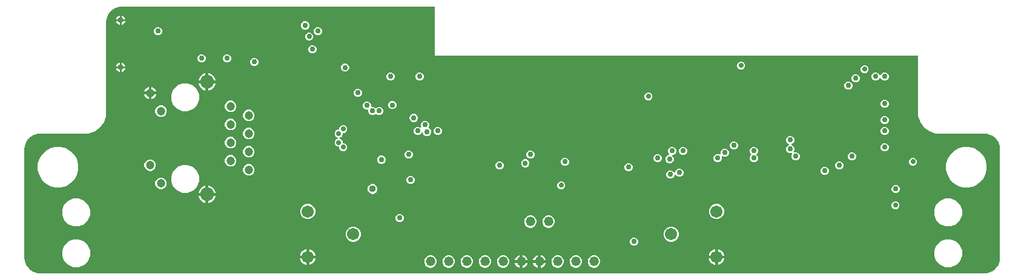
<source format=gbr>
G04 EAGLE Gerber RS-274X export*
G75*
%MOMM*%
%FSLAX34Y34*%
%LPD*%
%INCopper Layer 1*%
%IPPOS*%
%AMOC8*
5,1,8,0,0,1.08239X$1,22.5*%
G01*
%ADD10C,0.812800*%
%ADD11C,1.204800*%
%ADD12C,1.920000*%
%ADD13C,1.704341*%
%ADD14C,1.320800*%
%ADD15C,0.756400*%
%ADD16C,0.711200*%
%ADD17C,0.203200*%
%ADD18C,0.956400*%

G36*
X1346244Y3769D02*
X1346244Y3769D01*
X1346280Y3766D01*
X1349506Y4020D01*
X1349664Y4055D01*
X1349740Y4066D01*
X1355876Y6060D01*
X1356131Y6185D01*
X1356145Y6197D01*
X1356159Y6204D01*
X1361379Y9997D01*
X1361583Y10194D01*
X1361592Y10211D01*
X1361603Y10221D01*
X1365396Y15441D01*
X1365529Y15692D01*
X1365533Y15710D01*
X1365540Y15724D01*
X1367534Y21860D01*
X1367562Y22020D01*
X1367580Y22094D01*
X1367834Y25320D01*
X1367831Y25365D01*
X1367837Y25400D01*
X1367837Y177800D01*
X1367831Y177844D01*
X1367834Y177880D01*
X1367580Y181106D01*
X1367545Y181264D01*
X1367534Y181340D01*
X1365540Y187476D01*
X1365415Y187731D01*
X1365403Y187745D01*
X1365396Y187759D01*
X1361603Y192979D01*
X1361406Y193183D01*
X1361389Y193192D01*
X1361379Y193203D01*
X1356159Y196996D01*
X1355908Y197129D01*
X1355890Y197133D01*
X1355876Y197140D01*
X1349740Y199134D01*
X1349580Y199162D01*
X1349506Y199180D01*
X1346280Y199434D01*
X1346235Y199431D01*
X1346200Y199437D01*
X1278081Y199437D01*
X1269295Y202292D01*
X1261822Y207722D01*
X1256392Y215195D01*
X1253537Y223981D01*
X1253537Y307340D01*
X1253529Y307395D01*
X1253531Y307439D01*
X1253530Y307440D01*
X1253531Y307456D01*
X1253509Y307538D01*
X1253497Y307622D01*
X1253474Y307675D01*
X1253459Y307731D01*
X1253416Y307804D01*
X1253381Y307881D01*
X1253343Y307926D01*
X1253314Y307976D01*
X1253252Y308034D01*
X1253198Y308098D01*
X1253149Y308130D01*
X1253106Y308170D01*
X1253031Y308209D01*
X1252961Y308256D01*
X1252905Y308273D01*
X1252853Y308300D01*
X1252785Y308311D01*
X1252690Y308341D01*
X1252590Y308344D01*
X1252522Y308355D01*
X577595Y308355D01*
X577595Y376222D01*
X577587Y376280D01*
X577589Y376338D01*
X577567Y376420D01*
X577555Y376504D01*
X577532Y376557D01*
X577517Y376613D01*
X577474Y376686D01*
X577439Y376763D01*
X577401Y376808D01*
X577372Y376858D01*
X577310Y376916D01*
X577256Y376980D01*
X577207Y377012D01*
X577164Y377052D01*
X577089Y377091D01*
X577019Y377138D01*
X576963Y377155D01*
X576911Y377182D01*
X576843Y377193D01*
X576748Y377223D01*
X576648Y377226D01*
X576580Y377237D01*
X139700Y377237D01*
X139656Y377231D01*
X139620Y377234D01*
X136394Y376980D01*
X136236Y376945D01*
X136160Y376934D01*
X130024Y374940D01*
X129769Y374815D01*
X129755Y374803D01*
X129741Y374796D01*
X124521Y371003D01*
X124317Y370806D01*
X124308Y370789D01*
X124297Y370779D01*
X120504Y365559D01*
X120371Y365308D01*
X120367Y365290D01*
X120360Y365276D01*
X118366Y359140D01*
X118338Y358980D01*
X118320Y358906D01*
X118066Y355680D01*
X118069Y355635D01*
X118063Y355600D01*
X118063Y223981D01*
X115208Y215195D01*
X109778Y207722D01*
X102305Y202292D01*
X93519Y199437D01*
X25400Y199437D01*
X25356Y199431D01*
X25320Y199434D01*
X22094Y199180D01*
X21936Y199145D01*
X21860Y199134D01*
X15724Y197140D01*
X15469Y197015D01*
X15455Y197003D01*
X15441Y196996D01*
X10221Y193203D01*
X10017Y193006D01*
X10008Y192989D01*
X9997Y192979D01*
X6204Y187759D01*
X6071Y187508D01*
X6067Y187490D01*
X6060Y187476D01*
X4066Y181340D01*
X4038Y181180D01*
X4020Y181106D01*
X3766Y177880D01*
X3769Y177835D01*
X3763Y177800D01*
X3763Y25400D01*
X3769Y25356D01*
X3766Y25320D01*
X4020Y22094D01*
X4055Y21936D01*
X4066Y21860D01*
X6060Y15724D01*
X6185Y15469D01*
X6197Y15455D01*
X6204Y15441D01*
X9997Y10221D01*
X10194Y10017D01*
X10211Y10008D01*
X10221Y9997D01*
X15441Y6204D01*
X15692Y6071D01*
X15710Y6067D01*
X15724Y6060D01*
X21860Y4066D01*
X22020Y4038D01*
X22094Y4020D01*
X25320Y3766D01*
X25365Y3769D01*
X25400Y3763D01*
X1346200Y3763D01*
X1346244Y3769D01*
G37*
%LPC*%
G36*
X1317061Y123999D02*
X1317061Y123999D01*
X1309838Y125935D01*
X1303361Y129674D01*
X1298074Y134961D01*
X1294335Y141438D01*
X1292399Y148661D01*
X1292399Y156139D01*
X1294335Y163362D01*
X1298074Y169839D01*
X1303361Y175126D01*
X1309838Y178865D01*
X1317061Y180801D01*
X1324539Y180801D01*
X1331762Y178865D01*
X1338239Y175126D01*
X1343526Y169839D01*
X1347265Y163362D01*
X1349201Y156139D01*
X1349201Y148661D01*
X1347265Y141438D01*
X1343526Y134961D01*
X1338239Y129674D01*
X1331762Y125935D01*
X1324539Y123999D01*
X1317061Y123999D01*
G37*
%LPD*%
%LPC*%
G36*
X47061Y123999D02*
X47061Y123999D01*
X39838Y125935D01*
X33361Y129674D01*
X28074Y134961D01*
X24335Y141438D01*
X22399Y148661D01*
X22399Y156139D01*
X24335Y163362D01*
X28074Y169839D01*
X33361Y175126D01*
X39838Y178865D01*
X47061Y180801D01*
X54539Y180801D01*
X61762Y178865D01*
X68239Y175126D01*
X73526Y169839D01*
X77265Y163362D01*
X79201Y156139D01*
X79201Y148661D01*
X77265Y141438D01*
X73526Y134961D01*
X68239Y129674D01*
X61762Y125935D01*
X54539Y123999D01*
X47061Y123999D01*
G37*
%LPD*%
%LPC*%
G36*
X1291519Y69389D02*
X1291519Y69389D01*
X1284348Y72360D01*
X1278860Y77848D01*
X1275889Y85019D01*
X1275889Y92781D01*
X1278860Y99952D01*
X1284348Y105440D01*
X1291519Y108411D01*
X1299281Y108411D01*
X1306452Y105440D01*
X1311940Y99952D01*
X1314911Y92781D01*
X1314911Y85019D01*
X1311940Y77848D01*
X1306452Y72360D01*
X1299281Y69389D01*
X1291519Y69389D01*
G37*
%LPD*%
%LPC*%
G36*
X72319Y12239D02*
X72319Y12239D01*
X65148Y15210D01*
X59660Y20698D01*
X56689Y27869D01*
X56689Y35631D01*
X59660Y42802D01*
X65148Y48290D01*
X72319Y51261D01*
X80081Y51261D01*
X87252Y48290D01*
X92740Y42802D01*
X95711Y35631D01*
X95711Y27869D01*
X92740Y20698D01*
X87252Y15210D01*
X80081Y12239D01*
X72319Y12239D01*
G37*
%LPD*%
%LPC*%
G36*
X72319Y69389D02*
X72319Y69389D01*
X65148Y72360D01*
X59660Y77848D01*
X56689Y85019D01*
X56689Y92781D01*
X59660Y99952D01*
X65148Y105440D01*
X72319Y108411D01*
X80081Y108411D01*
X87252Y105440D01*
X92740Y99952D01*
X95711Y92781D01*
X95711Y85019D01*
X92740Y77848D01*
X87252Y72360D01*
X80081Y69389D01*
X72319Y69389D01*
G37*
%LPD*%
%LPC*%
G36*
X1291519Y12239D02*
X1291519Y12239D01*
X1284348Y15210D01*
X1278860Y20698D01*
X1275889Y27869D01*
X1275889Y35631D01*
X1278860Y42802D01*
X1284348Y48290D01*
X1291519Y51261D01*
X1299281Y51261D01*
X1306452Y48290D01*
X1311940Y42802D01*
X1314911Y35631D01*
X1314911Y27869D01*
X1311940Y20698D01*
X1306452Y15210D01*
X1299281Y12239D01*
X1291519Y12239D01*
G37*
%LPD*%
%LPC*%
G36*
X224711Y116397D02*
X224711Y116397D01*
X217543Y119366D01*
X212058Y124852D01*
X209089Y132019D01*
X209089Y139777D01*
X212058Y146944D01*
X217543Y152430D01*
X224711Y155399D01*
X232469Y155399D01*
X239636Y152430D01*
X245121Y146944D01*
X248090Y139777D01*
X248090Y132019D01*
X245121Y124852D01*
X239636Y119366D01*
X232469Y116397D01*
X224711Y116397D01*
G37*
%LPD*%
%LPC*%
G36*
X224711Y230697D02*
X224711Y230697D01*
X217543Y233666D01*
X212058Y239152D01*
X209089Y246319D01*
X209089Y254077D01*
X212058Y261244D01*
X217543Y266730D01*
X224711Y269699D01*
X232469Y269699D01*
X239636Y266730D01*
X245121Y261244D01*
X248090Y254077D01*
X248090Y246319D01*
X245121Y239152D01*
X239636Y233666D01*
X232469Y230697D01*
X224711Y230697D01*
G37*
%LPD*%
%LPC*%
G36*
X448468Y174751D02*
X448468Y174751D01*
X446414Y175602D01*
X444842Y177174D01*
X443991Y179228D01*
X443991Y180202D01*
X443983Y180260D01*
X443985Y180318D01*
X443963Y180400D01*
X443951Y180483D01*
X443928Y180537D01*
X443913Y180593D01*
X443870Y180666D01*
X443835Y180743D01*
X443797Y180787D01*
X443768Y180838D01*
X443706Y180895D01*
X443652Y180960D01*
X443603Y180992D01*
X443560Y181032D01*
X443485Y181071D01*
X443415Y181117D01*
X443359Y181135D01*
X443307Y181162D01*
X443239Y181173D01*
X443144Y181203D01*
X443044Y181206D01*
X442976Y181217D01*
X442003Y181217D01*
X439948Y182068D01*
X438376Y183640D01*
X437525Y185694D01*
X437525Y187917D01*
X438376Y189972D01*
X439948Y191544D01*
X441296Y192102D01*
X441322Y192117D01*
X441350Y192126D01*
X441444Y192189D01*
X441541Y192247D01*
X441561Y192268D01*
X441586Y192284D01*
X441659Y192371D01*
X441736Y192453D01*
X441750Y192479D01*
X441769Y192502D01*
X441815Y192605D01*
X441867Y192706D01*
X441872Y192735D01*
X441884Y192762D01*
X441900Y192874D01*
X441922Y192985D01*
X441919Y193014D01*
X441923Y193043D01*
X441907Y193155D01*
X441897Y193268D01*
X441887Y193295D01*
X441882Y193324D01*
X441836Y193428D01*
X441795Y193533D01*
X441777Y193557D01*
X441765Y193584D01*
X441692Y193670D01*
X441624Y193760D01*
X441600Y193778D01*
X441581Y193800D01*
X441514Y193842D01*
X441396Y193930D01*
X441337Y193952D01*
X441296Y193978D01*
X439948Y194536D01*
X438376Y196108D01*
X437525Y198163D01*
X437525Y200386D01*
X438376Y202440D01*
X439948Y204012D01*
X442003Y204863D01*
X442976Y204863D01*
X443034Y204871D01*
X443092Y204870D01*
X443174Y204891D01*
X443258Y204903D01*
X443311Y204927D01*
X443367Y204941D01*
X443440Y204984D01*
X443517Y205019D01*
X443562Y205057D01*
X443612Y205087D01*
X443670Y205148D01*
X443734Y205203D01*
X443766Y205251D01*
X443806Y205294D01*
X443845Y205369D01*
X443892Y205439D01*
X443909Y205495D01*
X443936Y205547D01*
X443947Y205615D01*
X443977Y205710D01*
X443980Y205810D01*
X443991Y205878D01*
X443991Y206852D01*
X444842Y208906D01*
X446414Y210478D01*
X448468Y211329D01*
X450692Y211329D01*
X452746Y210478D01*
X454318Y208906D01*
X455169Y206852D01*
X455169Y204628D01*
X454318Y202574D01*
X452746Y201002D01*
X450692Y200151D01*
X449718Y200151D01*
X449660Y200143D01*
X449602Y200145D01*
X449520Y200123D01*
X449437Y200111D01*
X449383Y200088D01*
X449327Y200073D01*
X449254Y200030D01*
X449177Y199995D01*
X449133Y199957D01*
X449082Y199928D01*
X449025Y199866D01*
X448960Y199812D01*
X448928Y199763D01*
X448888Y199720D01*
X448849Y199645D01*
X448803Y199575D01*
X448785Y199519D01*
X448758Y199467D01*
X448747Y199399D01*
X448717Y199304D01*
X448714Y199204D01*
X448703Y199136D01*
X448703Y198163D01*
X447852Y196108D01*
X446280Y194536D01*
X444932Y193978D01*
X444907Y193963D01*
X444879Y193954D01*
X444785Y193891D01*
X444687Y193833D01*
X444667Y193812D01*
X444643Y193796D01*
X444570Y193709D01*
X444492Y193627D01*
X444479Y193601D01*
X444460Y193578D01*
X444414Y193475D01*
X444362Y193374D01*
X444356Y193345D01*
X444344Y193318D01*
X444329Y193206D01*
X444307Y193095D01*
X444309Y193066D01*
X444305Y193037D01*
X444322Y192925D01*
X444331Y192812D01*
X444342Y192785D01*
X444346Y192755D01*
X444393Y192652D01*
X444433Y192547D01*
X444451Y192523D01*
X444463Y192496D01*
X444536Y192410D01*
X444605Y192320D01*
X444628Y192302D01*
X444647Y192280D01*
X444714Y192238D01*
X444833Y192150D01*
X444891Y192128D01*
X444932Y192102D01*
X446280Y191544D01*
X447852Y189972D01*
X448703Y187917D01*
X448703Y186944D01*
X448711Y186886D01*
X448710Y186828D01*
X448731Y186746D01*
X448743Y186662D01*
X448767Y186609D01*
X448781Y186553D01*
X448824Y186480D01*
X448859Y186403D01*
X448897Y186358D01*
X448927Y186308D01*
X448988Y186250D01*
X449043Y186186D01*
X449091Y186154D01*
X449134Y186114D01*
X449209Y186075D01*
X449279Y186028D01*
X449335Y186011D01*
X449387Y185984D01*
X449455Y185973D01*
X449550Y185943D01*
X449650Y185940D01*
X449718Y185929D01*
X450692Y185929D01*
X452746Y185078D01*
X454318Y183506D01*
X455169Y181452D01*
X455169Y179228D01*
X454318Y177174D01*
X452746Y175602D01*
X450692Y174751D01*
X448468Y174751D01*
G37*
%LPD*%
%LPC*%
G36*
X397951Y79616D02*
X397951Y79616D01*
X394071Y81222D01*
X391102Y84191D01*
X389496Y88071D01*
X389496Y92269D01*
X391102Y96149D01*
X394071Y99118D01*
X397951Y100724D01*
X402149Y100724D01*
X406029Y99118D01*
X408998Y96149D01*
X410604Y92269D01*
X410604Y88071D01*
X408998Y84191D01*
X406029Y81222D01*
X402149Y79616D01*
X397951Y79616D01*
G37*
%LPD*%
%LPC*%
G36*
X461451Y47866D02*
X461451Y47866D01*
X457571Y49472D01*
X454602Y52441D01*
X452996Y56321D01*
X452996Y60519D01*
X454602Y64399D01*
X457571Y67368D01*
X461451Y68974D01*
X465649Y68974D01*
X469529Y67368D01*
X472498Y64399D01*
X474104Y60519D01*
X474104Y56321D01*
X472498Y52441D01*
X469529Y49472D01*
X465649Y47866D01*
X461451Y47866D01*
G37*
%LPD*%
%LPC*%
G36*
X905951Y47866D02*
X905951Y47866D01*
X902071Y49472D01*
X899102Y52441D01*
X897496Y56321D01*
X897496Y60519D01*
X899102Y64399D01*
X902071Y67368D01*
X905951Y68974D01*
X910149Y68974D01*
X914029Y67368D01*
X916998Y64399D01*
X918604Y60519D01*
X918604Y56321D01*
X916998Y52441D01*
X914029Y49472D01*
X910149Y47866D01*
X905951Y47866D01*
G37*
%LPD*%
%LPC*%
G36*
X969451Y79616D02*
X969451Y79616D01*
X965571Y81222D01*
X962602Y84191D01*
X960996Y88071D01*
X960996Y92269D01*
X962602Y96149D01*
X965571Y99118D01*
X969451Y100724D01*
X973649Y100724D01*
X977529Y99118D01*
X980498Y96149D01*
X982104Y92269D01*
X982104Y88071D01*
X980498Y84191D01*
X977529Y81222D01*
X973649Y79616D01*
X969451Y79616D01*
G37*
%LPD*%
%LPC*%
G36*
X1080883Y161825D02*
X1080883Y161825D01*
X1078746Y162711D01*
X1077111Y164346D01*
X1076225Y166483D01*
X1076225Y168797D01*
X1077016Y170706D01*
X1077023Y170734D01*
X1077037Y170760D01*
X1077059Y170871D01*
X1077087Y170981D01*
X1077086Y171010D01*
X1077092Y171039D01*
X1077082Y171152D01*
X1077079Y171265D01*
X1077070Y171293D01*
X1077067Y171322D01*
X1077027Y171428D01*
X1076992Y171536D01*
X1076976Y171560D01*
X1076965Y171587D01*
X1076897Y171678D01*
X1076834Y171772D01*
X1076811Y171791D01*
X1076794Y171814D01*
X1076703Y171882D01*
X1076616Y171955D01*
X1076589Y171967D01*
X1076566Y171984D01*
X1076460Y172024D01*
X1076356Y172070D01*
X1076327Y172074D01*
X1076300Y172085D01*
X1076187Y172094D01*
X1076075Y172109D01*
X1076046Y172105D01*
X1076017Y172107D01*
X1075940Y172090D01*
X1075794Y172069D01*
X1075737Y172043D01*
X1075689Y172032D01*
X1075577Y171985D01*
X1073263Y171985D01*
X1071126Y172871D01*
X1069491Y174506D01*
X1068605Y176643D01*
X1068605Y178957D01*
X1069491Y181094D01*
X1071126Y182729D01*
X1072291Y183212D01*
X1072316Y183227D01*
X1072344Y183236D01*
X1072439Y183299D01*
X1072536Y183357D01*
X1072556Y183378D01*
X1072581Y183394D01*
X1072653Y183481D01*
X1072731Y183563D01*
X1072745Y183589D01*
X1072764Y183612D01*
X1072810Y183715D01*
X1072861Y183816D01*
X1072867Y183845D01*
X1072879Y183872D01*
X1072895Y183984D01*
X1072916Y184095D01*
X1072914Y184124D01*
X1072918Y184153D01*
X1072902Y184265D01*
X1072892Y184378D01*
X1072881Y184405D01*
X1072877Y184435D01*
X1072831Y184538D01*
X1072790Y184643D01*
X1072772Y184667D01*
X1072760Y184694D01*
X1072687Y184780D01*
X1072618Y184870D01*
X1072595Y184888D01*
X1072576Y184910D01*
X1072509Y184952D01*
X1072391Y185040D01*
X1072332Y185062D01*
X1072291Y185088D01*
X1071126Y185571D01*
X1069491Y187206D01*
X1068605Y189343D01*
X1068605Y191657D01*
X1069491Y193794D01*
X1071126Y195429D01*
X1073263Y196315D01*
X1075577Y196315D01*
X1077714Y195429D01*
X1079349Y193794D01*
X1080235Y191657D01*
X1080235Y189343D01*
X1079349Y187206D01*
X1077714Y185571D01*
X1076549Y185088D01*
X1076524Y185073D01*
X1076496Y185064D01*
X1076401Y185001D01*
X1076304Y184943D01*
X1076284Y184922D01*
X1076259Y184906D01*
X1076187Y184819D01*
X1076109Y184737D01*
X1076095Y184711D01*
X1076077Y184688D01*
X1076031Y184585D01*
X1075979Y184484D01*
X1075973Y184455D01*
X1075961Y184428D01*
X1075945Y184316D01*
X1075924Y184205D01*
X1075926Y184176D01*
X1075922Y184147D01*
X1075938Y184035D01*
X1075948Y183922D01*
X1075959Y183894D01*
X1075963Y183866D01*
X1076009Y183763D01*
X1076050Y183657D01*
X1076068Y183633D01*
X1076080Y183606D01*
X1076153Y183520D01*
X1076222Y183430D01*
X1076245Y183412D01*
X1076264Y183390D01*
X1076331Y183348D01*
X1076449Y183260D01*
X1076508Y183238D01*
X1076549Y183212D01*
X1077714Y182729D01*
X1079349Y181094D01*
X1080235Y178957D01*
X1080235Y176643D01*
X1079444Y174734D01*
X1079437Y174706D01*
X1079423Y174680D01*
X1079401Y174569D01*
X1079373Y174459D01*
X1079374Y174430D01*
X1079368Y174401D01*
X1079378Y174288D01*
X1079381Y174175D01*
X1079390Y174147D01*
X1079393Y174118D01*
X1079433Y174012D01*
X1079468Y173904D01*
X1079484Y173880D01*
X1079495Y173853D01*
X1079563Y173762D01*
X1079626Y173668D01*
X1079649Y173649D01*
X1079666Y173626D01*
X1079757Y173558D01*
X1079844Y173485D01*
X1079871Y173473D01*
X1079894Y173456D01*
X1080000Y173416D01*
X1080104Y173370D01*
X1080133Y173366D01*
X1080160Y173355D01*
X1080273Y173346D01*
X1080385Y173331D01*
X1080414Y173335D01*
X1080443Y173333D01*
X1080520Y173350D01*
X1080666Y173371D01*
X1080723Y173397D01*
X1080771Y173408D01*
X1080883Y173455D01*
X1083197Y173455D01*
X1085334Y172569D01*
X1086969Y170934D01*
X1087855Y168797D01*
X1087855Y166483D01*
X1086969Y164346D01*
X1085334Y162711D01*
X1083197Y161825D01*
X1080883Y161825D01*
G37*
%LPD*%
%LPC*%
G36*
X565175Y196199D02*
X565175Y196199D01*
X563038Y197085D01*
X561402Y198720D01*
X560718Y200372D01*
X560703Y200397D01*
X560694Y200425D01*
X560631Y200519D01*
X560574Y200616D01*
X560552Y200637D01*
X560536Y200661D01*
X560449Y200734D01*
X560367Y200812D01*
X560341Y200825D01*
X560318Y200844D01*
X560215Y200890D01*
X560114Y200942D01*
X560085Y200948D01*
X560059Y200959D01*
X559946Y200975D01*
X559835Y200997D01*
X559806Y200994D01*
X559777Y200998D01*
X559665Y200982D01*
X559552Y200972D01*
X559525Y200962D01*
X559496Y200958D01*
X559392Y200911D01*
X559287Y200870D01*
X559263Y200853D01*
X559237Y200841D01*
X559150Y200767D01*
X559060Y200699D01*
X559042Y200675D01*
X559020Y200656D01*
X558979Y200590D01*
X558890Y200471D01*
X558868Y200413D01*
X558842Y200372D01*
X558649Y199906D01*
X557014Y198271D01*
X554877Y197385D01*
X552563Y197385D01*
X550426Y198271D01*
X548791Y199906D01*
X547905Y202043D01*
X547905Y204357D01*
X548791Y206494D01*
X550426Y208129D01*
X552563Y209015D01*
X554877Y209015D01*
X557181Y208060D01*
X557209Y208053D01*
X557235Y208040D01*
X557346Y208018D01*
X557456Y207989D01*
X557485Y207990D01*
X557514Y207985D01*
X557627Y207994D01*
X557740Y207998D01*
X557768Y208007D01*
X557797Y208009D01*
X557903Y208050D01*
X558011Y208084D01*
X558035Y208101D01*
X558063Y208111D01*
X558153Y208179D01*
X558247Y208243D01*
X558266Y208265D01*
X558289Y208283D01*
X558357Y208374D01*
X558430Y208460D01*
X558442Y208487D01*
X558459Y208510D01*
X558499Y208617D01*
X558545Y208720D01*
X558549Y208749D01*
X558560Y208776D01*
X558569Y208889D01*
X558584Y209001D01*
X558580Y209031D01*
X558582Y209060D01*
X558565Y209136D01*
X558544Y209283D01*
X558518Y209340D01*
X558507Y209387D01*
X558065Y210453D01*
X558065Y212767D01*
X558951Y214904D01*
X560586Y216539D01*
X562723Y217425D01*
X565037Y217425D01*
X567174Y216539D01*
X568809Y214904D01*
X569695Y212767D01*
X569695Y210453D01*
X568832Y208371D01*
X568818Y208314D01*
X568794Y208261D01*
X568782Y208177D01*
X568761Y208096D01*
X568763Y208037D01*
X568755Y207979D01*
X568767Y207896D01*
X568769Y207812D01*
X568787Y207756D01*
X568796Y207698D01*
X568830Y207621D01*
X568856Y207541D01*
X568889Y207492D01*
X568913Y207439D01*
X568967Y207375D01*
X569014Y207305D01*
X569059Y207267D01*
X569097Y207222D01*
X569156Y207186D01*
X569232Y207122D01*
X569323Y207081D01*
X569382Y207045D01*
X569626Y206943D01*
X571261Y205308D01*
X572146Y203171D01*
X572146Y200857D01*
X571261Y198720D01*
X569626Y197085D01*
X567488Y196199D01*
X565175Y196199D01*
G37*
%LPD*%
%LPC*%
G36*
X498659Y225325D02*
X498659Y225325D01*
X496522Y226211D01*
X495704Y227028D01*
X495658Y227064D01*
X495617Y227106D01*
X495545Y227149D01*
X495477Y227199D01*
X495423Y227220D01*
X495372Y227250D01*
X495290Y227270D01*
X495212Y227301D01*
X495153Y227305D01*
X495097Y227320D01*
X495012Y227317D01*
X494928Y227324D01*
X494871Y227313D01*
X494812Y227311D01*
X494732Y227285D01*
X494649Y227268D01*
X494598Y227241D01*
X494542Y227223D01*
X494486Y227183D01*
X494397Y227137D01*
X494325Y227068D01*
X494269Y227028D01*
X493482Y226242D01*
X491345Y225357D01*
X489032Y225357D01*
X486895Y226242D01*
X485259Y227878D01*
X484374Y230015D01*
X484374Y231930D01*
X484366Y231988D01*
X484367Y232046D01*
X484346Y232128D01*
X484334Y232212D01*
X484310Y232265D01*
X484295Y232321D01*
X484252Y232394D01*
X484218Y232471D01*
X484180Y232516D01*
X484150Y232566D01*
X484088Y232624D01*
X484034Y232688D01*
X483985Y232720D01*
X483943Y232760D01*
X483868Y232799D01*
X483797Y232846D01*
X483742Y232863D01*
X483690Y232890D01*
X483621Y232901D01*
X483526Y232931D01*
X483427Y232934D01*
X483358Y232945D01*
X481443Y232945D01*
X479306Y233831D01*
X477671Y235466D01*
X476785Y237603D01*
X476785Y239917D01*
X477671Y242054D01*
X479306Y243689D01*
X481443Y244575D01*
X483757Y244575D01*
X485894Y243689D01*
X487529Y242054D01*
X488415Y239917D01*
X488415Y238002D01*
X488423Y237944D01*
X488421Y237885D01*
X488443Y237804D01*
X488455Y237720D01*
X488478Y237667D01*
X488493Y237610D01*
X488536Y237538D01*
X488571Y237461D01*
X488609Y237416D01*
X488638Y237366D01*
X488700Y237308D01*
X488754Y237244D01*
X488803Y237211D01*
X488846Y237171D01*
X488921Y237133D01*
X488991Y237086D01*
X489047Y237068D01*
X489099Y237042D01*
X489167Y237030D01*
X489262Y237000D01*
X489362Y236998D01*
X489430Y236986D01*
X491345Y236986D01*
X493482Y236101D01*
X494300Y235283D01*
X494347Y235248D01*
X494387Y235206D01*
X494460Y235163D01*
X494527Y235112D01*
X494582Y235091D01*
X494632Y235062D01*
X494714Y235041D01*
X494793Y235011D01*
X494851Y235006D01*
X494908Y234992D01*
X494992Y234994D01*
X495076Y234987D01*
X495134Y234999D01*
X495192Y235001D01*
X495272Y235027D01*
X495355Y235043D01*
X495407Y235070D01*
X495463Y235088D01*
X495519Y235128D01*
X495607Y235174D01*
X495680Y235243D01*
X495736Y235283D01*
X496522Y236069D01*
X498659Y236955D01*
X500973Y236955D01*
X503110Y236069D01*
X504745Y234434D01*
X505631Y232297D01*
X505631Y229983D01*
X504745Y227846D01*
X503110Y226211D01*
X500973Y225325D01*
X498659Y225325D01*
G37*
%LPD*%
%LPC*%
G36*
X569782Y11683D02*
X569782Y11683D01*
X566608Y12998D01*
X564178Y15428D01*
X562863Y18602D01*
X562863Y22038D01*
X564178Y25212D01*
X566608Y27642D01*
X569782Y28957D01*
X573218Y28957D01*
X576392Y27642D01*
X578822Y25212D01*
X580137Y22038D01*
X580137Y18602D01*
X578822Y15428D01*
X576392Y12998D01*
X573218Y11683D01*
X569782Y11683D01*
G37*
%LPD*%
%LPC*%
G36*
X772982Y11683D02*
X772982Y11683D01*
X769808Y12998D01*
X767378Y15428D01*
X766063Y18602D01*
X766063Y22038D01*
X767378Y25212D01*
X769808Y27642D01*
X772982Y28957D01*
X776418Y28957D01*
X779592Y27642D01*
X782022Y25212D01*
X783337Y22038D01*
X783337Y18602D01*
X782022Y15428D01*
X779592Y12998D01*
X776418Y11683D01*
X772982Y11683D01*
G37*
%LPD*%
%LPC*%
G36*
X747582Y11683D02*
X747582Y11683D01*
X744408Y12998D01*
X741978Y15428D01*
X740663Y18602D01*
X740663Y22038D01*
X741978Y25212D01*
X744408Y27642D01*
X747582Y28957D01*
X751018Y28957D01*
X754192Y27642D01*
X756622Y25212D01*
X757937Y22038D01*
X757937Y18602D01*
X756622Y15428D01*
X754192Y12998D01*
X751018Y11683D01*
X747582Y11683D01*
G37*
%LPD*%
%LPC*%
G36*
X595182Y11683D02*
X595182Y11683D01*
X592008Y12998D01*
X589578Y15428D01*
X588263Y18602D01*
X588263Y22038D01*
X589578Y25212D01*
X592008Y27642D01*
X595182Y28957D01*
X598618Y28957D01*
X601792Y27642D01*
X604222Y25212D01*
X605537Y22038D01*
X605537Y18602D01*
X604222Y15428D01*
X601792Y12998D01*
X598618Y11683D01*
X595182Y11683D01*
G37*
%LPD*%
%LPC*%
G36*
X798382Y11683D02*
X798382Y11683D01*
X795208Y12998D01*
X792778Y15428D01*
X791463Y18602D01*
X791463Y22038D01*
X792778Y25212D01*
X795208Y27642D01*
X798382Y28957D01*
X801818Y28957D01*
X804992Y27642D01*
X807422Y25212D01*
X808737Y22038D01*
X808737Y18602D01*
X807422Y15428D01*
X804992Y12998D01*
X801818Y11683D01*
X798382Y11683D01*
G37*
%LPD*%
%LPC*%
G36*
X671382Y11683D02*
X671382Y11683D01*
X668208Y12998D01*
X665778Y15428D01*
X664463Y18602D01*
X664463Y22038D01*
X665778Y25212D01*
X668208Y27642D01*
X671382Y28957D01*
X674818Y28957D01*
X677992Y27642D01*
X680422Y25212D01*
X681737Y22038D01*
X681737Y18602D01*
X680422Y15428D01*
X677992Y12998D01*
X674818Y11683D01*
X671382Y11683D01*
G37*
%LPD*%
%LPC*%
G36*
X709482Y67563D02*
X709482Y67563D01*
X706308Y68878D01*
X703878Y71308D01*
X702563Y74482D01*
X702563Y77918D01*
X703878Y81092D01*
X706308Y83522D01*
X709482Y84837D01*
X712918Y84837D01*
X716092Y83522D01*
X718522Y81092D01*
X719837Y77918D01*
X719837Y74482D01*
X718522Y71308D01*
X716092Y68878D01*
X712918Y67563D01*
X709482Y67563D01*
G37*
%LPD*%
%LPC*%
G36*
X645982Y11683D02*
X645982Y11683D01*
X642808Y12998D01*
X640378Y15428D01*
X639063Y18602D01*
X639063Y22038D01*
X640378Y25212D01*
X642808Y27642D01*
X645982Y28957D01*
X649418Y28957D01*
X652592Y27642D01*
X655022Y25212D01*
X656337Y22038D01*
X656337Y18602D01*
X655022Y15428D01*
X652592Y12998D01*
X649418Y11683D01*
X645982Y11683D01*
G37*
%LPD*%
%LPC*%
G36*
X734882Y67563D02*
X734882Y67563D01*
X731708Y68878D01*
X729278Y71308D01*
X727963Y74482D01*
X727963Y77918D01*
X729278Y81092D01*
X731708Y83522D01*
X734882Y84837D01*
X738318Y84837D01*
X741492Y83522D01*
X743922Y81092D01*
X745237Y77918D01*
X745237Y74482D01*
X743922Y71308D01*
X741492Y68878D01*
X738318Y67563D01*
X734882Y67563D01*
G37*
%LPD*%
%LPC*%
G36*
X620582Y11683D02*
X620582Y11683D01*
X617408Y12998D01*
X614978Y15428D01*
X613663Y18602D01*
X613663Y22038D01*
X614978Y25212D01*
X617408Y27642D01*
X620582Y28957D01*
X624018Y28957D01*
X627192Y27642D01*
X629622Y25212D01*
X630937Y22038D01*
X630937Y18602D01*
X629622Y15428D01*
X627192Y12998D01*
X624018Y11683D01*
X620582Y11683D01*
G37*
%LPD*%
%LPC*%
G36*
X905623Y136425D02*
X905623Y136425D01*
X903486Y137311D01*
X901851Y138946D01*
X900965Y141083D01*
X900965Y143397D01*
X901851Y145534D01*
X903486Y147169D01*
X905623Y148055D01*
X907937Y148055D01*
X910074Y147169D01*
X911709Y145534D01*
X911712Y145528D01*
X911756Y145454D01*
X911791Y145375D01*
X911828Y145332D01*
X911856Y145283D01*
X911919Y145224D01*
X911975Y145158D01*
X912022Y145127D01*
X912063Y145088D01*
X912140Y145048D01*
X912211Y145001D01*
X912265Y144983D01*
X912316Y144957D01*
X912400Y144941D01*
X912482Y144915D01*
X912539Y144913D01*
X912595Y144902D01*
X912680Y144910D01*
X912766Y144908D01*
X912821Y144922D01*
X912878Y144927D01*
X912958Y144958D01*
X913041Y144979D01*
X913090Y145008D01*
X913143Y145029D01*
X913212Y145081D01*
X913286Y145125D01*
X913325Y145166D01*
X913370Y145200D01*
X913422Y145269D01*
X913480Y145332D01*
X913506Y145383D01*
X913540Y145428D01*
X913571Y145508D01*
X913610Y145585D01*
X913618Y145634D01*
X913641Y145694D01*
X913652Y145839D01*
X913665Y145916D01*
X913665Y145937D01*
X914551Y148074D01*
X916186Y149709D01*
X918323Y150595D01*
X920637Y150595D01*
X922774Y149709D01*
X924409Y148074D01*
X925295Y145937D01*
X925295Y143623D01*
X924409Y141486D01*
X922774Y139851D01*
X920637Y138965D01*
X918323Y138965D01*
X916186Y139851D01*
X914551Y141486D01*
X914548Y141492D01*
X914504Y141566D01*
X914469Y141645D01*
X914432Y141688D01*
X914404Y141737D01*
X914341Y141796D01*
X914285Y141862D01*
X914238Y141893D01*
X914197Y141932D01*
X914120Y141972D01*
X914049Y142019D01*
X913995Y142037D01*
X913944Y142063D01*
X913860Y142079D01*
X913778Y142105D01*
X913721Y142107D01*
X913665Y142118D01*
X913580Y142110D01*
X913494Y142112D01*
X913439Y142098D01*
X913382Y142093D01*
X913302Y142062D01*
X913219Y142041D01*
X913170Y142012D01*
X913117Y141991D01*
X913048Y141939D01*
X912974Y141895D01*
X912935Y141854D01*
X912890Y141820D01*
X912838Y141751D01*
X912780Y141688D01*
X912754Y141637D01*
X912720Y141592D01*
X912689Y141512D01*
X912650Y141435D01*
X912642Y141386D01*
X912619Y141326D01*
X912608Y141181D01*
X912595Y141104D01*
X912595Y141083D01*
X911709Y138946D01*
X910074Y137311D01*
X907937Y136425D01*
X905623Y136425D01*
G37*
%LPD*%
%LPC*%
G36*
X971663Y159285D02*
X971663Y159285D01*
X969526Y160171D01*
X967891Y161806D01*
X967005Y163943D01*
X967005Y166257D01*
X967891Y168394D01*
X969526Y170029D01*
X971663Y170915D01*
X973977Y170915D01*
X975886Y170124D01*
X975914Y170117D01*
X975940Y170103D01*
X976051Y170081D01*
X976161Y170053D01*
X976190Y170054D01*
X976219Y170048D01*
X976332Y170058D01*
X976445Y170061D01*
X976473Y170070D01*
X976502Y170073D01*
X976608Y170113D01*
X976716Y170148D01*
X976740Y170164D01*
X976767Y170175D01*
X976858Y170243D01*
X976952Y170306D01*
X976971Y170329D01*
X976994Y170346D01*
X977062Y170437D01*
X977135Y170524D01*
X977147Y170551D01*
X977164Y170574D01*
X977204Y170680D01*
X977250Y170784D01*
X977254Y170813D01*
X977265Y170840D01*
X977274Y170953D01*
X977289Y171065D01*
X977285Y171094D01*
X977287Y171123D01*
X977270Y171200D01*
X977249Y171346D01*
X977223Y171403D01*
X977212Y171451D01*
X977165Y171563D01*
X977165Y173877D01*
X978051Y176014D01*
X979686Y177649D01*
X981823Y178535D01*
X984137Y178535D01*
X986274Y177649D01*
X987909Y176014D01*
X988795Y173877D01*
X988795Y171563D01*
X987909Y169426D01*
X986274Y167791D01*
X984137Y166905D01*
X981823Y166905D01*
X979914Y167696D01*
X979886Y167703D01*
X979860Y167717D01*
X979749Y167739D01*
X979639Y167767D01*
X979610Y167766D01*
X979581Y167772D01*
X979468Y167762D01*
X979355Y167759D01*
X979327Y167750D01*
X979298Y167747D01*
X979192Y167707D01*
X979084Y167672D01*
X979060Y167656D01*
X979033Y167645D01*
X978942Y167577D01*
X978848Y167514D01*
X978829Y167491D01*
X978806Y167474D01*
X978738Y167383D01*
X978665Y167296D01*
X978653Y167269D01*
X978636Y167246D01*
X978596Y167140D01*
X978550Y167036D01*
X978546Y167007D01*
X978535Y166980D01*
X978526Y166867D01*
X978511Y166755D01*
X978515Y166726D01*
X978513Y166697D01*
X978530Y166620D01*
X978551Y166474D01*
X978577Y166417D01*
X978588Y166369D01*
X978635Y166257D01*
X978635Y163943D01*
X977749Y161806D01*
X976114Y160171D01*
X973977Y159285D01*
X971663Y159285D01*
G37*
%LPD*%
%LPC*%
G36*
X904604Y157765D02*
X904604Y157765D01*
X902467Y158650D01*
X900831Y160286D01*
X899946Y162423D01*
X899946Y164736D01*
X900831Y166873D01*
X902467Y168509D01*
X904644Y169411D01*
X904681Y169418D01*
X904793Y169434D01*
X904820Y169446D01*
X904848Y169452D01*
X904949Y169504D01*
X905052Y169550D01*
X905075Y169569D01*
X905101Y169583D01*
X905183Y169661D01*
X905269Y169734D01*
X905286Y169758D01*
X905307Y169779D01*
X905364Y169876D01*
X905427Y169971D01*
X905436Y169999D01*
X905451Y170024D01*
X905479Y170134D01*
X905513Y170242D01*
X905513Y170271D01*
X905521Y170299D01*
X905517Y170412D01*
X905520Y170526D01*
X905513Y170554D01*
X905512Y170584D01*
X905477Y170692D01*
X905448Y170801D01*
X905433Y170826D01*
X905424Y170854D01*
X905379Y170918D01*
X905303Y171045D01*
X905257Y171088D01*
X905229Y171127D01*
X904391Y171966D01*
X903505Y174103D01*
X903505Y176417D01*
X904391Y178554D01*
X906026Y180189D01*
X908163Y181075D01*
X910477Y181075D01*
X912614Y180189D01*
X914249Y178554D01*
X915135Y176417D01*
X915135Y174103D01*
X914249Y171966D01*
X912614Y170331D01*
X910437Y169429D01*
X910400Y169421D01*
X910288Y169405D01*
X910261Y169393D01*
X910232Y169388D01*
X910131Y169335D01*
X910028Y169289D01*
X910006Y169270D01*
X909980Y169257D01*
X909898Y169179D01*
X909811Y169106D01*
X909795Y169081D01*
X909774Y169061D01*
X909716Y168963D01*
X909654Y168869D01*
X909645Y168841D01*
X909630Y168816D01*
X909602Y168706D01*
X909568Y168598D01*
X909567Y168568D01*
X909560Y168540D01*
X909563Y168427D01*
X909560Y168314D01*
X909568Y168285D01*
X909569Y168256D01*
X909604Y168148D01*
X909632Y168039D01*
X909647Y168013D01*
X909656Y167985D01*
X909702Y167921D01*
X909778Y167794D01*
X909823Y167751D01*
X909851Y167712D01*
X910690Y166873D01*
X911575Y164736D01*
X911575Y162423D01*
X910690Y160286D01*
X909054Y158650D01*
X906917Y157765D01*
X904604Y157765D01*
G37*
%LPD*%
%LPC*%
G36*
X1192643Y273585D02*
X1192643Y273585D01*
X1190506Y274471D01*
X1188871Y276106D01*
X1187985Y278243D01*
X1187985Y280557D01*
X1188871Y282694D01*
X1190506Y284329D01*
X1192643Y285215D01*
X1194957Y285215D01*
X1197094Y284329D01*
X1198729Y282694D01*
X1199212Y281529D01*
X1199227Y281504D01*
X1199236Y281476D01*
X1199299Y281382D01*
X1199356Y281284D01*
X1199378Y281264D01*
X1199394Y281239D01*
X1199481Y281167D01*
X1199563Y281089D01*
X1199589Y281075D01*
X1199612Y281056D01*
X1199715Y281010D01*
X1199816Y280959D01*
X1199845Y280953D01*
X1199872Y280941D01*
X1199984Y280925D01*
X1200095Y280904D01*
X1200124Y280906D01*
X1200153Y280902D01*
X1200265Y280918D01*
X1200378Y280928D01*
X1200406Y280939D01*
X1200434Y280943D01*
X1200537Y280989D01*
X1200643Y281030D01*
X1200667Y281048D01*
X1200694Y281060D01*
X1200780Y281133D01*
X1200870Y281202D01*
X1200888Y281225D01*
X1200910Y281244D01*
X1200952Y281311D01*
X1201040Y281429D01*
X1201058Y281476D01*
X1201075Y281502D01*
X1201079Y281515D01*
X1201088Y281529D01*
X1201571Y282694D01*
X1203206Y284329D01*
X1205343Y285215D01*
X1207657Y285215D01*
X1209794Y284329D01*
X1211429Y282694D01*
X1212315Y280557D01*
X1212315Y278243D01*
X1211429Y276106D01*
X1209794Y274471D01*
X1207657Y273585D01*
X1205343Y273585D01*
X1203206Y274471D01*
X1201571Y276106D01*
X1201088Y277271D01*
X1201073Y277296D01*
X1201064Y277324D01*
X1201001Y277419D01*
X1200943Y277516D01*
X1200922Y277536D01*
X1200906Y277561D01*
X1200819Y277634D01*
X1200737Y277711D01*
X1200711Y277725D01*
X1200688Y277744D01*
X1200585Y277790D01*
X1200484Y277841D01*
X1200455Y277847D01*
X1200428Y277859D01*
X1200316Y277875D01*
X1200205Y277896D01*
X1200176Y277894D01*
X1200147Y277898D01*
X1200035Y277882D01*
X1199922Y277872D01*
X1199895Y277861D01*
X1199865Y277857D01*
X1199762Y277811D01*
X1199657Y277770D01*
X1199633Y277752D01*
X1199606Y277740D01*
X1199520Y277667D01*
X1199430Y277598D01*
X1199412Y277575D01*
X1199390Y277556D01*
X1199349Y277490D01*
X1199260Y277371D01*
X1199244Y277329D01*
X1199227Y277304D01*
X1199222Y277287D01*
X1199212Y277271D01*
X1198729Y276106D01*
X1197094Y274471D01*
X1194957Y273585D01*
X1192643Y273585D01*
G37*
%LPD*%
%LPC*%
G36*
X1022463Y159285D02*
X1022463Y159285D01*
X1020326Y160171D01*
X1018691Y161806D01*
X1017805Y163943D01*
X1017805Y166257D01*
X1018691Y168394D01*
X1019759Y169462D01*
X1019794Y169509D01*
X1019836Y169549D01*
X1019879Y169622D01*
X1019930Y169689D01*
X1019951Y169744D01*
X1019980Y169794D01*
X1020001Y169876D01*
X1020031Y169955D01*
X1020036Y170013D01*
X1020050Y170070D01*
X1020048Y170154D01*
X1020055Y170238D01*
X1020043Y170296D01*
X1020041Y170354D01*
X1020015Y170434D01*
X1019999Y170517D01*
X1019972Y170569D01*
X1019954Y170625D01*
X1019914Y170681D01*
X1019868Y170769D01*
X1019799Y170842D01*
X1019759Y170898D01*
X1018691Y171966D01*
X1017805Y174103D01*
X1017805Y176417D01*
X1018691Y178554D01*
X1020326Y180189D01*
X1022463Y181075D01*
X1024777Y181075D01*
X1026914Y180189D01*
X1028549Y178554D01*
X1029435Y176417D01*
X1029435Y174103D01*
X1028549Y171966D01*
X1027481Y170898D01*
X1027446Y170851D01*
X1027404Y170811D01*
X1027361Y170738D01*
X1027310Y170671D01*
X1027289Y170616D01*
X1027260Y170566D01*
X1027239Y170484D01*
X1027209Y170405D01*
X1027204Y170347D01*
X1027190Y170290D01*
X1027192Y170206D01*
X1027185Y170122D01*
X1027197Y170064D01*
X1027199Y170006D01*
X1027225Y169926D01*
X1027241Y169843D01*
X1027268Y169791D01*
X1027286Y169735D01*
X1027326Y169679D01*
X1027372Y169591D01*
X1027441Y169518D01*
X1027481Y169462D01*
X1028549Y168394D01*
X1029435Y166257D01*
X1029435Y163943D01*
X1028549Y161806D01*
X1026914Y160171D01*
X1024777Y159285D01*
X1022463Y159285D01*
G37*
%LPD*%
%LPC*%
G36*
X290487Y153241D02*
X290487Y153241D01*
X287526Y154468D01*
X285259Y156734D01*
X284033Y159695D01*
X284033Y162900D01*
X285259Y165862D01*
X287526Y168128D01*
X290487Y169355D01*
X293692Y169355D01*
X296653Y168128D01*
X298920Y165862D01*
X300146Y162900D01*
X300146Y159695D01*
X298920Y156734D01*
X296653Y154468D01*
X293692Y153241D01*
X290487Y153241D01*
G37*
%LPD*%
%LPC*%
G36*
X178006Y147147D02*
X178006Y147147D01*
X175045Y148374D01*
X172779Y150640D01*
X171552Y153601D01*
X171552Y156806D01*
X172779Y159768D01*
X175045Y162034D01*
X178006Y163261D01*
X181211Y163261D01*
X184173Y162034D01*
X186439Y159768D01*
X187665Y156806D01*
X187665Y153601D01*
X186439Y150640D01*
X184173Y148374D01*
X181211Y147147D01*
X178006Y147147D01*
G37*
%LPD*%
%LPC*%
G36*
X315887Y165941D02*
X315887Y165941D01*
X312926Y167168D01*
X310659Y169434D01*
X309433Y172395D01*
X309433Y175600D01*
X310659Y178562D01*
X312926Y180828D01*
X315887Y182055D01*
X319092Y182055D01*
X322053Y180828D01*
X324320Y178562D01*
X325546Y175600D01*
X325546Y172395D01*
X324320Y169434D01*
X322053Y167168D01*
X319092Y165941D01*
X315887Y165941D01*
G37*
%LPD*%
%LPC*%
G36*
X290487Y178641D02*
X290487Y178641D01*
X287526Y179868D01*
X285259Y182134D01*
X284033Y185095D01*
X284033Y188300D01*
X285259Y191262D01*
X287526Y193528D01*
X290487Y194755D01*
X293692Y194755D01*
X296653Y193528D01*
X298920Y191262D01*
X300146Y188300D01*
X300146Y185095D01*
X298920Y182134D01*
X296653Y179868D01*
X293692Y178641D01*
X290487Y178641D01*
G37*
%LPD*%
%LPC*%
G36*
X315887Y140541D02*
X315887Y140541D01*
X312926Y141768D01*
X310659Y144034D01*
X309433Y146995D01*
X309433Y150200D01*
X310659Y153162D01*
X312926Y155428D01*
X315887Y156655D01*
X319092Y156655D01*
X322053Y155428D01*
X324320Y153162D01*
X325546Y150200D01*
X325546Y146995D01*
X324320Y144034D01*
X322053Y141768D01*
X319092Y140541D01*
X315887Y140541D01*
G37*
%LPD*%
%LPC*%
G36*
X315887Y191341D02*
X315887Y191341D01*
X312926Y192568D01*
X310659Y194834D01*
X309433Y197795D01*
X309433Y201000D01*
X310659Y203962D01*
X312926Y206228D01*
X315887Y207455D01*
X319092Y207455D01*
X322053Y206228D01*
X324320Y203962D01*
X325546Y201000D01*
X325546Y197795D01*
X324320Y194834D01*
X322053Y192568D01*
X319092Y191341D01*
X315887Y191341D01*
G37*
%LPD*%
%LPC*%
G36*
X193201Y121729D02*
X193201Y121729D01*
X190240Y122955D01*
X187974Y125221D01*
X186747Y128183D01*
X186747Y131388D01*
X187974Y134349D01*
X190240Y136615D01*
X193201Y137842D01*
X196406Y137842D01*
X199368Y136615D01*
X201634Y134349D01*
X202860Y131388D01*
X202860Y128183D01*
X201634Y125221D01*
X199368Y122955D01*
X196406Y121729D01*
X193201Y121729D01*
G37*
%LPD*%
%LPC*%
G36*
X290487Y229441D02*
X290487Y229441D01*
X287526Y230668D01*
X285259Y232934D01*
X284033Y235895D01*
X284033Y239100D01*
X285259Y242062D01*
X287526Y244328D01*
X290487Y245555D01*
X293692Y245555D01*
X296653Y244328D01*
X298920Y242062D01*
X300146Y239100D01*
X300146Y235895D01*
X298920Y232934D01*
X296653Y230668D01*
X293692Y229441D01*
X290487Y229441D01*
G37*
%LPD*%
%LPC*%
G36*
X290487Y204041D02*
X290487Y204041D01*
X287526Y205268D01*
X285259Y207534D01*
X284033Y210495D01*
X284033Y213700D01*
X285259Y216662D01*
X287526Y218928D01*
X290487Y220155D01*
X293692Y220155D01*
X296653Y218928D01*
X298920Y216662D01*
X300146Y213700D01*
X300146Y210495D01*
X298920Y207534D01*
X296653Y205268D01*
X293692Y204041D01*
X290487Y204041D01*
G37*
%LPD*%
%LPC*%
G36*
X315887Y216741D02*
X315887Y216741D01*
X312926Y217968D01*
X310659Y220234D01*
X309433Y223195D01*
X309433Y226400D01*
X310659Y229362D01*
X312926Y231628D01*
X315887Y232855D01*
X319092Y232855D01*
X322053Y231628D01*
X324320Y229362D01*
X325546Y226400D01*
X325546Y223195D01*
X324320Y220234D01*
X322053Y217968D01*
X319092Y216741D01*
X315887Y216741D01*
G37*
%LPD*%
%LPC*%
G36*
X193206Y222847D02*
X193206Y222847D01*
X190245Y224074D01*
X187979Y226340D01*
X186752Y229301D01*
X186752Y232506D01*
X187979Y235468D01*
X190245Y237734D01*
X193206Y238961D01*
X196411Y238961D01*
X199373Y237734D01*
X201639Y235468D01*
X202865Y232506D01*
X202865Y229301D01*
X201639Y226340D01*
X199373Y224074D01*
X196411Y222847D01*
X193206Y222847D01*
G37*
%LPD*%
%LPC*%
G36*
X489249Y115061D02*
X489249Y115061D01*
X486744Y116099D01*
X484827Y118016D01*
X483790Y120520D01*
X483790Y123232D01*
X484827Y125736D01*
X486744Y127653D01*
X489249Y128691D01*
X491960Y128691D01*
X494465Y127653D01*
X496382Y125736D01*
X497419Y123232D01*
X497419Y120520D01*
X496382Y118016D01*
X494465Y116099D01*
X491960Y115061D01*
X489249Y115061D01*
G37*
%LPD*%
%LPC*%
G36*
X405243Y311685D02*
X405243Y311685D01*
X403106Y312571D01*
X401471Y314206D01*
X400585Y316343D01*
X400585Y318657D01*
X401471Y320794D01*
X403106Y322429D01*
X405243Y323315D01*
X407557Y323315D01*
X409694Y322429D01*
X411329Y320794D01*
X412215Y318657D01*
X412215Y316343D01*
X411329Y314206D01*
X409694Y312571D01*
X407557Y311685D01*
X405243Y311685D01*
G37*
%LPD*%
%LPC*%
G36*
X1205343Y212625D02*
X1205343Y212625D01*
X1203206Y213511D01*
X1201571Y215146D01*
X1200685Y217283D01*
X1200685Y219597D01*
X1201571Y221734D01*
X1203206Y223369D01*
X1205343Y224255D01*
X1207657Y224255D01*
X1209794Y223369D01*
X1211429Y221734D01*
X1212315Y219597D01*
X1212315Y217283D01*
X1211429Y215146D01*
X1209794Y213511D01*
X1207657Y212625D01*
X1205343Y212625D01*
G37*
%LPD*%
%LPC*%
G36*
X547048Y215601D02*
X547048Y215601D01*
X544911Y216486D01*
X543275Y218122D01*
X542390Y220259D01*
X542390Y222572D01*
X543275Y224709D01*
X544911Y226345D01*
X547048Y227230D01*
X549361Y227230D01*
X551498Y226345D01*
X553134Y224709D01*
X554019Y222572D01*
X554019Y220259D01*
X553134Y218122D01*
X551498Y216486D01*
X549361Y215601D01*
X547048Y215601D01*
G37*
%LPD*%
%LPC*%
G36*
X517003Y233679D02*
X517003Y233679D01*
X514866Y234565D01*
X513231Y236200D01*
X512345Y238337D01*
X512345Y240651D01*
X513231Y242788D01*
X514866Y244423D01*
X517003Y245309D01*
X519317Y245309D01*
X521454Y244423D01*
X523089Y242788D01*
X523975Y240651D01*
X523975Y238337D01*
X523089Y236200D01*
X521454Y234565D01*
X519317Y233679D01*
X517003Y233679D01*
G37*
%LPD*%
%LPC*%
G36*
X1205343Y235485D02*
X1205343Y235485D01*
X1203206Y236371D01*
X1201571Y238006D01*
X1200685Y240143D01*
X1200685Y242457D01*
X1201571Y244594D01*
X1203206Y246229D01*
X1205343Y247115D01*
X1207657Y247115D01*
X1209794Y246229D01*
X1211429Y244594D01*
X1212315Y242457D01*
X1212315Y240143D01*
X1211429Y238006D01*
X1209794Y236371D01*
X1207657Y235485D01*
X1205343Y235485D01*
G37*
%LPD*%
%LPC*%
G36*
X1205343Y197385D02*
X1205343Y197385D01*
X1203206Y198271D01*
X1201571Y199906D01*
X1200685Y202043D01*
X1200685Y204357D01*
X1201571Y206494D01*
X1203206Y208129D01*
X1205343Y209015D01*
X1207657Y209015D01*
X1209794Y208129D01*
X1211429Y206494D01*
X1212315Y204357D01*
X1212315Y202043D01*
X1211429Y199906D01*
X1209794Y198271D01*
X1207657Y197385D01*
X1205343Y197385D01*
G37*
%LPD*%
%LPC*%
G36*
X580503Y197385D02*
X580503Y197385D01*
X578366Y198271D01*
X576731Y199906D01*
X575845Y202043D01*
X575845Y204357D01*
X576731Y206494D01*
X578366Y208129D01*
X580503Y209015D01*
X582817Y209015D01*
X584954Y208129D01*
X586589Y206494D01*
X587475Y204357D01*
X587475Y202043D01*
X586589Y199906D01*
X584954Y198271D01*
X582817Y197385D01*
X580503Y197385D01*
G37*
%LPD*%
%LPC*%
G36*
X395083Y344781D02*
X395083Y344781D01*
X392946Y345667D01*
X391311Y347302D01*
X390425Y349439D01*
X390425Y351753D01*
X391311Y353890D01*
X392946Y355525D01*
X395083Y356411D01*
X397397Y356411D01*
X399534Y355525D01*
X401169Y353890D01*
X402055Y351753D01*
X402055Y349439D01*
X401169Y347302D01*
X399534Y345667D01*
X397397Y344781D01*
X395083Y344781D01*
G37*
%LPD*%
%LPC*%
G36*
X412863Y337085D02*
X412863Y337085D01*
X410726Y337971D01*
X409091Y339606D01*
X408205Y341743D01*
X408205Y344057D01*
X409091Y346194D01*
X410726Y347829D01*
X412863Y348715D01*
X415177Y348715D01*
X417314Y347829D01*
X418949Y346194D01*
X419835Y344057D01*
X419835Y341743D01*
X418949Y339606D01*
X417314Y337971D01*
X415177Y337085D01*
X412863Y337085D01*
G37*
%LPD*%
%LPC*%
G36*
X189343Y337085D02*
X189343Y337085D01*
X187206Y337971D01*
X185571Y339606D01*
X184685Y341743D01*
X184685Y344057D01*
X185571Y346194D01*
X187206Y347829D01*
X189343Y348715D01*
X191657Y348715D01*
X193794Y347829D01*
X195429Y346194D01*
X196315Y344057D01*
X196315Y341743D01*
X195429Y339606D01*
X193794Y337971D01*
X191657Y337085D01*
X189343Y337085D01*
G37*
%LPD*%
%LPC*%
G36*
X994523Y177065D02*
X994523Y177065D01*
X992386Y177951D01*
X990751Y179586D01*
X989865Y181723D01*
X989865Y184037D01*
X990751Y186174D01*
X992386Y187809D01*
X994523Y188695D01*
X996837Y188695D01*
X998974Y187809D01*
X1000609Y186174D01*
X1001495Y184037D01*
X1001495Y181723D01*
X1000609Y179586D01*
X998974Y177951D01*
X996837Y177065D01*
X994523Y177065D01*
G37*
%LPD*%
%LPC*%
G36*
X1205343Y174525D02*
X1205343Y174525D01*
X1203206Y175411D01*
X1201571Y177046D01*
X1200685Y179183D01*
X1200685Y181497D01*
X1201571Y183634D01*
X1203206Y185269D01*
X1205343Y186155D01*
X1207657Y186155D01*
X1209794Y185269D01*
X1211429Y183634D01*
X1212315Y181497D01*
X1212315Y179183D01*
X1211429Y177046D01*
X1209794Y175411D01*
X1207657Y174525D01*
X1205343Y174525D01*
G37*
%LPD*%
%LPC*%
G36*
X450798Y286120D02*
X450798Y286120D01*
X448661Y287005D01*
X447025Y288641D01*
X446140Y290778D01*
X446140Y293091D01*
X447025Y295228D01*
X448661Y296864D01*
X450798Y297749D01*
X453111Y297749D01*
X455248Y296864D01*
X456884Y295228D01*
X457769Y293091D01*
X457769Y290778D01*
X456884Y288641D01*
X455248Y287005D01*
X453111Y286120D01*
X450798Y286120D01*
G37*
%LPD*%
%LPC*%
G36*
X468743Y250725D02*
X468743Y250725D01*
X466606Y251611D01*
X464971Y253246D01*
X464085Y255383D01*
X464085Y257697D01*
X464971Y259834D01*
X466606Y261469D01*
X468743Y262355D01*
X471057Y262355D01*
X473194Y261469D01*
X474829Y259834D01*
X475715Y257697D01*
X475715Y255383D01*
X474829Y253246D01*
X473194Y251611D01*
X471057Y250725D01*
X468743Y250725D01*
G37*
%LPD*%
%LPC*%
G36*
X923403Y169445D02*
X923403Y169445D01*
X921266Y170331D01*
X919631Y171966D01*
X918745Y174103D01*
X918745Y176417D01*
X919631Y178554D01*
X921266Y180189D01*
X923403Y181075D01*
X925717Y181075D01*
X927854Y180189D01*
X929489Y178554D01*
X930375Y176417D01*
X930375Y174103D01*
X929489Y171966D01*
X927854Y170331D01*
X925717Y169445D01*
X923403Y169445D01*
G37*
%LPD*%
%LPC*%
G36*
X400740Y329465D02*
X400740Y329465D01*
X398603Y330351D01*
X396967Y331986D01*
X396082Y334123D01*
X396082Y336437D01*
X396967Y338574D01*
X398603Y340209D01*
X400740Y341095D01*
X403053Y341095D01*
X405191Y340209D01*
X406826Y338574D01*
X407712Y336437D01*
X407712Y334123D01*
X406826Y331986D01*
X405191Y330351D01*
X403053Y329465D01*
X400740Y329465D01*
G37*
%LPD*%
%LPC*%
G36*
X285863Y298985D02*
X285863Y298985D01*
X283726Y299871D01*
X282091Y301506D01*
X281205Y303643D01*
X281205Y305957D01*
X282091Y308094D01*
X283726Y309729D01*
X285863Y310615D01*
X288177Y310615D01*
X290314Y309729D01*
X291949Y308094D01*
X292835Y305957D01*
X292835Y303643D01*
X291949Y301506D01*
X290314Y299871D01*
X288177Y298985D01*
X285863Y298985D01*
G37*
%LPD*%
%LPC*%
G36*
X250303Y298985D02*
X250303Y298985D01*
X248166Y299871D01*
X246531Y301506D01*
X245645Y303643D01*
X245645Y305957D01*
X246531Y308094D01*
X248166Y309729D01*
X250303Y310615D01*
X252617Y310615D01*
X254754Y309729D01*
X256389Y308094D01*
X257275Y305957D01*
X257275Y303643D01*
X256389Y301506D01*
X254754Y299871D01*
X252617Y298985D01*
X250303Y298985D01*
G37*
%LPD*%
%LPC*%
G36*
X854823Y42445D02*
X854823Y42445D01*
X852686Y43331D01*
X851051Y44966D01*
X850165Y47103D01*
X850165Y49417D01*
X851051Y51554D01*
X852686Y53189D01*
X854823Y54075D01*
X857137Y54075D01*
X859274Y53189D01*
X860909Y51554D01*
X861795Y49417D01*
X861795Y47103D01*
X860909Y44966D01*
X859274Y43331D01*
X857137Y42445D01*
X854823Y42445D01*
G37*
%LPD*%
%LPC*%
G36*
X710043Y164365D02*
X710043Y164365D01*
X707906Y165251D01*
X706271Y166886D01*
X705385Y169023D01*
X705385Y171337D01*
X706271Y173474D01*
X707906Y175109D01*
X710043Y175995D01*
X712357Y175995D01*
X714494Y175109D01*
X716129Y173474D01*
X717015Y171337D01*
X717015Y169023D01*
X716129Y166886D01*
X714494Y165251D01*
X712357Y164365D01*
X710043Y164365D01*
G37*
%LPD*%
%LPC*%
G36*
X539863Y164365D02*
X539863Y164365D01*
X537726Y165251D01*
X536091Y166886D01*
X535205Y169023D01*
X535205Y171337D01*
X536091Y173474D01*
X537726Y175109D01*
X539863Y175995D01*
X542177Y175995D01*
X544314Y175109D01*
X545949Y173474D01*
X546835Y171337D01*
X546835Y169023D01*
X545949Y166886D01*
X544314Y165251D01*
X542177Y164365D01*
X539863Y164365D01*
G37*
%LPD*%
%LPC*%
G36*
X1159623Y161825D02*
X1159623Y161825D01*
X1157486Y162711D01*
X1155851Y164346D01*
X1154965Y166483D01*
X1154965Y168797D01*
X1155851Y170934D01*
X1157486Y172569D01*
X1159623Y173455D01*
X1161937Y173455D01*
X1164074Y172569D01*
X1165709Y170934D01*
X1166595Y168797D01*
X1166595Y166483D01*
X1165709Y164346D01*
X1164074Y162711D01*
X1161937Y161825D01*
X1159623Y161825D01*
G37*
%LPD*%
%LPC*%
G36*
X887843Y159285D02*
X887843Y159285D01*
X885706Y160171D01*
X884071Y161806D01*
X883185Y163943D01*
X883185Y166257D01*
X884071Y168394D01*
X885706Y170029D01*
X887843Y170915D01*
X890157Y170915D01*
X892294Y170029D01*
X893929Y168394D01*
X894815Y166257D01*
X894815Y163943D01*
X893929Y161806D01*
X892294Y160171D01*
X890157Y159285D01*
X887843Y159285D01*
G37*
%LPD*%
%LPC*%
G36*
X323963Y293905D02*
X323963Y293905D01*
X321826Y294791D01*
X320191Y296426D01*
X319305Y298563D01*
X319305Y300877D01*
X320191Y303014D01*
X321826Y304649D01*
X323963Y305535D01*
X326277Y305535D01*
X328414Y304649D01*
X330049Y303014D01*
X330935Y300877D01*
X330935Y298563D01*
X330049Y296426D01*
X328414Y294791D01*
X326277Y293905D01*
X323963Y293905D01*
G37*
%LPD*%
%LPC*%
G36*
X501643Y157094D02*
X501643Y157094D01*
X499506Y157979D01*
X497871Y159615D01*
X496985Y161752D01*
X496985Y164065D01*
X497871Y166203D01*
X499506Y167838D01*
X501643Y168724D01*
X503957Y168724D01*
X506094Y167838D01*
X507729Y166203D01*
X508615Y164065D01*
X508615Y161752D01*
X507729Y159615D01*
X506094Y157979D01*
X503957Y157094D01*
X501643Y157094D01*
G37*
%LPD*%
%LPC*%
G36*
X758303Y154205D02*
X758303Y154205D01*
X756166Y155091D01*
X754531Y156726D01*
X753645Y158863D01*
X753645Y161177D01*
X754531Y163314D01*
X756166Y164949D01*
X758303Y165835D01*
X760617Y165835D01*
X762754Y164949D01*
X764389Y163314D01*
X765275Y161177D01*
X765275Y158863D01*
X764389Y156726D01*
X762754Y155091D01*
X760617Y154205D01*
X758303Y154205D01*
G37*
%LPD*%
%LPC*%
G36*
X527163Y75465D02*
X527163Y75465D01*
X525026Y76351D01*
X523391Y77986D01*
X522505Y80123D01*
X522505Y82437D01*
X523391Y84574D01*
X525026Y86209D01*
X527163Y87095D01*
X529477Y87095D01*
X531614Y86209D01*
X533249Y84574D01*
X534135Y82437D01*
X534135Y80123D01*
X533249Y77986D01*
X531614Y76351D01*
X529477Y75465D01*
X527163Y75465D01*
G37*
%LPD*%
%LPC*%
G36*
X702972Y152214D02*
X702972Y152214D01*
X700835Y153099D01*
X699199Y154735D01*
X698314Y156872D01*
X698314Y159185D01*
X699199Y161323D01*
X700835Y162958D01*
X702972Y163844D01*
X705285Y163844D01*
X707423Y162958D01*
X709058Y161323D01*
X709944Y159185D01*
X709944Y156872D01*
X709058Y154735D01*
X707423Y153099D01*
X705285Y152214D01*
X702972Y152214D01*
G37*
%LPD*%
%LPC*%
G36*
X1154543Y260885D02*
X1154543Y260885D01*
X1152406Y261771D01*
X1150771Y263406D01*
X1149885Y265543D01*
X1149885Y267857D01*
X1150771Y269994D01*
X1152406Y271629D01*
X1154543Y272515D01*
X1156857Y272515D01*
X1158994Y271629D01*
X1160629Y269994D01*
X1161515Y267857D01*
X1161515Y265543D01*
X1160629Y263406D01*
X1158994Y261771D01*
X1156857Y260885D01*
X1154543Y260885D01*
G37*
%LPD*%
%LPC*%
G36*
X1141843Y149125D02*
X1141843Y149125D01*
X1139706Y150011D01*
X1138071Y151646D01*
X1137185Y153783D01*
X1137185Y156097D01*
X1138071Y158234D01*
X1139706Y159869D01*
X1141843Y160755D01*
X1144157Y160755D01*
X1146294Y159869D01*
X1147929Y158234D01*
X1148815Y156097D01*
X1148815Y153783D01*
X1147929Y151646D01*
X1146294Y150011D01*
X1144157Y149125D01*
X1141843Y149125D01*
G37*
%LPD*%
%LPC*%
G36*
X666863Y149099D02*
X666863Y149099D01*
X664726Y149985D01*
X663091Y151620D01*
X662205Y153757D01*
X662205Y156071D01*
X663091Y158208D01*
X664726Y159843D01*
X666863Y160729D01*
X669177Y160729D01*
X671314Y159843D01*
X672949Y158208D01*
X673835Y156071D01*
X673835Y153757D01*
X672949Y151620D01*
X671314Y149985D01*
X669177Y149099D01*
X666863Y149099D01*
G37*
%LPD*%
%LPC*%
G36*
X847203Y146585D02*
X847203Y146585D01*
X845066Y147471D01*
X843431Y149106D01*
X842545Y151243D01*
X842545Y153557D01*
X843431Y155694D01*
X845066Y157329D01*
X847203Y158215D01*
X849517Y158215D01*
X851654Y157329D01*
X853289Y155694D01*
X854175Y153557D01*
X854175Y151243D01*
X853289Y149106D01*
X851654Y147471D01*
X849517Y146585D01*
X847203Y146585D01*
G37*
%LPD*%
%LPC*%
G36*
X1164703Y271045D02*
X1164703Y271045D01*
X1162566Y271931D01*
X1160931Y273566D01*
X1160045Y275703D01*
X1160045Y278017D01*
X1160931Y280154D01*
X1162566Y281789D01*
X1164703Y282675D01*
X1167017Y282675D01*
X1169154Y281789D01*
X1170789Y280154D01*
X1171675Y278017D01*
X1171675Y275703D01*
X1170789Y273566D01*
X1169154Y271931D01*
X1167017Y271045D01*
X1164703Y271045D01*
G37*
%LPD*%
%LPC*%
G36*
X1220991Y116105D02*
X1220991Y116105D01*
X1218854Y116991D01*
X1217219Y118626D01*
X1216333Y120763D01*
X1216333Y123077D01*
X1217219Y125214D01*
X1218854Y126849D01*
X1220991Y127735D01*
X1223305Y127735D01*
X1225442Y126849D01*
X1227077Y125214D01*
X1227963Y123077D01*
X1227963Y120763D01*
X1227077Y118626D01*
X1225442Y116991D01*
X1223305Y116105D01*
X1220991Y116105D01*
G37*
%LPD*%
%LPC*%
G36*
X1121523Y141505D02*
X1121523Y141505D01*
X1119386Y142391D01*
X1117751Y144026D01*
X1116865Y146163D01*
X1116865Y148477D01*
X1117751Y150614D01*
X1119386Y152249D01*
X1121523Y153135D01*
X1123837Y153135D01*
X1125974Y152249D01*
X1127609Y150614D01*
X1128495Y148477D01*
X1128495Y146163D01*
X1127609Y144026D01*
X1125974Y142391D01*
X1123837Y141505D01*
X1121523Y141505D01*
G37*
%LPD*%
%LPC*%
G36*
X555103Y273585D02*
X555103Y273585D01*
X552966Y274471D01*
X551331Y276106D01*
X550445Y278243D01*
X550445Y280557D01*
X551331Y282694D01*
X552966Y284329D01*
X555103Y285215D01*
X557417Y285215D01*
X559554Y284329D01*
X561189Y282694D01*
X562075Y280557D01*
X562075Y278243D01*
X561189Y276106D01*
X559554Y274471D01*
X557417Y273585D01*
X555103Y273585D01*
G37*
%LPD*%
%LPC*%
G36*
X542403Y128805D02*
X542403Y128805D01*
X540266Y129691D01*
X538631Y131326D01*
X537745Y133463D01*
X537745Y135777D01*
X538631Y137914D01*
X540266Y139549D01*
X542403Y140435D01*
X544717Y140435D01*
X546854Y139549D01*
X548489Y137914D01*
X549375Y135777D01*
X549375Y133463D01*
X548489Y131326D01*
X546854Y129691D01*
X544717Y128805D01*
X542403Y128805D01*
G37*
%LPD*%
%LPC*%
G36*
X514463Y273585D02*
X514463Y273585D01*
X512326Y274471D01*
X510691Y276106D01*
X509805Y278243D01*
X509805Y280557D01*
X510691Y282694D01*
X512326Y284329D01*
X514463Y285215D01*
X516777Y285215D01*
X518914Y284329D01*
X520549Y282694D01*
X521435Y280557D01*
X521435Y278243D01*
X520549Y276106D01*
X518914Y274471D01*
X516777Y273585D01*
X514463Y273585D01*
G37*
%LPD*%
%LPC*%
G36*
X753268Y121411D02*
X753268Y121411D01*
X751214Y122262D01*
X749642Y123834D01*
X748791Y125888D01*
X748791Y128112D01*
X749642Y130166D01*
X751214Y131738D01*
X753268Y132589D01*
X755492Y132589D01*
X757546Y131738D01*
X759118Y130166D01*
X759969Y128112D01*
X759969Y125888D01*
X759118Y123834D01*
X757546Y122262D01*
X755492Y121411D01*
X753268Y121411D01*
G37*
%LPD*%
%LPC*%
G36*
X1177448Y283971D02*
X1177448Y283971D01*
X1175394Y284822D01*
X1173822Y286394D01*
X1172971Y288448D01*
X1172971Y290672D01*
X1173822Y292726D01*
X1175394Y294298D01*
X1177448Y295149D01*
X1179672Y295149D01*
X1181726Y294298D01*
X1183298Y292726D01*
X1184149Y290672D01*
X1184149Y288448D01*
X1183298Y286394D01*
X1181726Y284822D01*
X1179672Y283971D01*
X1177448Y283971D01*
G37*
%LPD*%
%LPC*%
G36*
X1004728Y289051D02*
X1004728Y289051D01*
X1002674Y289902D01*
X1001102Y291474D01*
X1000251Y293528D01*
X1000251Y295752D01*
X1001102Y297806D01*
X1002674Y299378D01*
X1004728Y300229D01*
X1006952Y300229D01*
X1009006Y299378D01*
X1010578Y297806D01*
X1011429Y295752D01*
X1011429Y293528D01*
X1010578Y291474D01*
X1009006Y289902D01*
X1006952Y289051D01*
X1004728Y289051D01*
G37*
%LPD*%
%LPC*%
G36*
X1245012Y154431D02*
X1245012Y154431D01*
X1242958Y155282D01*
X1241386Y156854D01*
X1240535Y158908D01*
X1240535Y161132D01*
X1241386Y163186D01*
X1242958Y164758D01*
X1245012Y165609D01*
X1247236Y165609D01*
X1249290Y164758D01*
X1250862Y163186D01*
X1251713Y161132D01*
X1251713Y158908D01*
X1250862Y156854D01*
X1249290Y155282D01*
X1247236Y154431D01*
X1245012Y154431D01*
G37*
%LPD*%
%LPC*%
G36*
X1220628Y93471D02*
X1220628Y93471D01*
X1218574Y94322D01*
X1217002Y95894D01*
X1216151Y97948D01*
X1216151Y100172D01*
X1217002Y102226D01*
X1218574Y103798D01*
X1220628Y104649D01*
X1222852Y104649D01*
X1224906Y103798D01*
X1226478Y102226D01*
X1227329Y100172D01*
X1227329Y97948D01*
X1226478Y95894D01*
X1224906Y94322D01*
X1222852Y93471D01*
X1220628Y93471D01*
G37*
%LPD*%
%LPC*%
G36*
X875188Y245871D02*
X875188Y245871D01*
X873134Y246722D01*
X871562Y248294D01*
X870711Y250348D01*
X870711Y252572D01*
X871562Y254626D01*
X873134Y256198D01*
X875188Y257049D01*
X877412Y257049D01*
X879466Y256198D01*
X881038Y254626D01*
X881889Y252572D01*
X881889Y250348D01*
X881038Y248294D01*
X879466Y246722D01*
X877412Y245871D01*
X875188Y245871D01*
G37*
%LPD*%
%LPC*%
G36*
X261121Y273829D02*
X261121Y273829D01*
X261121Y283768D01*
X261933Y283640D01*
X263750Y283049D01*
X265453Y282182D01*
X266999Y281058D01*
X268350Y279707D01*
X269473Y278161D01*
X270341Y276458D01*
X270931Y274641D01*
X271060Y273829D01*
X261121Y273829D01*
G37*
%LPD*%
%LPC*%
G36*
X261121Y116329D02*
X261121Y116329D01*
X261121Y126268D01*
X261933Y126140D01*
X263750Y125549D01*
X265453Y124682D01*
X266999Y123558D01*
X268350Y122207D01*
X269473Y120661D01*
X270341Y118958D01*
X270931Y117141D01*
X271060Y116329D01*
X261121Y116329D01*
G37*
%LPD*%
%LPC*%
G36*
X261121Y112267D02*
X261121Y112267D01*
X271060Y112267D01*
X270931Y111455D01*
X270341Y109637D01*
X269473Y107935D01*
X268350Y106389D01*
X266999Y105038D01*
X265453Y103914D01*
X263750Y103047D01*
X261933Y102456D01*
X261121Y102328D01*
X261121Y112267D01*
G37*
%LPD*%
%LPC*%
G36*
X247119Y273829D02*
X247119Y273829D01*
X247248Y274641D01*
X247838Y276458D01*
X248706Y278161D01*
X249829Y279707D01*
X251180Y281058D01*
X252726Y282182D01*
X254429Y283049D01*
X256247Y283640D01*
X257058Y283768D01*
X257058Y273829D01*
X247119Y273829D01*
G37*
%LPD*%
%LPC*%
G36*
X261121Y269767D02*
X261121Y269767D01*
X271060Y269767D01*
X270931Y268955D01*
X270341Y267137D01*
X269473Y265435D01*
X268350Y263889D01*
X266999Y262538D01*
X265453Y261414D01*
X263750Y260547D01*
X261933Y259956D01*
X261121Y259828D01*
X261121Y269767D01*
G37*
%LPD*%
%LPC*%
G36*
X247119Y116329D02*
X247119Y116329D01*
X247248Y117141D01*
X247838Y118958D01*
X248706Y120661D01*
X249829Y122207D01*
X251180Y123558D01*
X252726Y124682D01*
X254429Y125549D01*
X256247Y126140D01*
X257058Y126268D01*
X257058Y116329D01*
X247119Y116329D01*
G37*
%LPD*%
%LPC*%
G36*
X256247Y259956D02*
X256247Y259956D01*
X254429Y260547D01*
X252726Y261414D01*
X251180Y262538D01*
X249829Y263889D01*
X248706Y265435D01*
X247838Y267137D01*
X247248Y268955D01*
X247119Y269767D01*
X257058Y269767D01*
X257058Y259828D01*
X256247Y259956D01*
G37*
%LPD*%
%LPC*%
G36*
X256247Y102456D02*
X256247Y102456D01*
X254429Y103047D01*
X252726Y103914D01*
X251180Y105038D01*
X249829Y106389D01*
X248706Y107935D01*
X247838Y109637D01*
X247248Y111455D01*
X247119Y112267D01*
X257058Y112267D01*
X257058Y102328D01*
X256247Y102456D01*
G37*
%LPD*%
%LPC*%
G36*
X402081Y28701D02*
X402081Y28701D01*
X402081Y37549D01*
X402640Y37460D01*
X404297Y36922D01*
X405848Y36131D01*
X407257Y35108D01*
X408488Y33877D01*
X409511Y32468D01*
X410302Y30917D01*
X410840Y29260D01*
X410929Y28701D01*
X402081Y28701D01*
G37*
%LPD*%
%LPC*%
G36*
X973581Y28701D02*
X973581Y28701D01*
X973581Y37549D01*
X974140Y37460D01*
X975797Y36922D01*
X977348Y36131D01*
X978757Y35108D01*
X979988Y33877D01*
X981011Y32468D01*
X981802Y30917D01*
X982340Y29260D01*
X982429Y28701D01*
X973581Y28701D01*
G37*
%LPD*%
%LPC*%
G36*
X402081Y24639D02*
X402081Y24639D01*
X410929Y24639D01*
X410840Y24080D01*
X410302Y22423D01*
X409511Y20872D01*
X408488Y19463D01*
X407257Y18232D01*
X405848Y17209D01*
X404297Y16418D01*
X402640Y15880D01*
X402081Y15791D01*
X402081Y24639D01*
G37*
%LPD*%
%LPC*%
G36*
X973581Y24639D02*
X973581Y24639D01*
X982429Y24639D01*
X982340Y24080D01*
X981802Y22423D01*
X981011Y20872D01*
X979988Y19463D01*
X978757Y18232D01*
X977348Y17209D01*
X975797Y16418D01*
X974140Y15880D01*
X973581Y15791D01*
X973581Y24639D01*
G37*
%LPD*%
%LPC*%
G36*
X960671Y28701D02*
X960671Y28701D01*
X960760Y29260D01*
X961298Y30917D01*
X962089Y32468D01*
X963112Y33877D01*
X964343Y35108D01*
X965752Y36131D01*
X967303Y36922D01*
X968960Y37460D01*
X969519Y37549D01*
X969519Y28701D01*
X960671Y28701D01*
G37*
%LPD*%
%LPC*%
G36*
X389171Y28701D02*
X389171Y28701D01*
X389260Y29260D01*
X389798Y30917D01*
X390589Y32468D01*
X391612Y33877D01*
X392843Y35108D01*
X394252Y36131D01*
X395803Y36922D01*
X397460Y37460D01*
X398019Y37549D01*
X398019Y28701D01*
X389171Y28701D01*
G37*
%LPD*%
%LPC*%
G36*
X397460Y15880D02*
X397460Y15880D01*
X395803Y16418D01*
X394252Y17209D01*
X392843Y18232D01*
X391612Y19463D01*
X390589Y20872D01*
X389798Y22423D01*
X389260Y24080D01*
X389171Y24639D01*
X398019Y24639D01*
X398019Y15791D01*
X397460Y15880D01*
G37*
%LPD*%
%LPC*%
G36*
X968960Y15880D02*
X968960Y15880D01*
X967303Y16418D01*
X965752Y17209D01*
X964343Y18232D01*
X963112Y19463D01*
X962089Y20872D01*
X961298Y22423D01*
X960760Y24080D01*
X960671Y24639D01*
X969519Y24639D01*
X969519Y15791D01*
X968960Y15880D01*
G37*
%LPD*%
%LPC*%
G36*
X700531Y22351D02*
X700531Y22351D01*
X700531Y29240D01*
X701167Y29113D01*
X702832Y28424D01*
X704330Y27423D01*
X705603Y26150D01*
X706604Y24652D01*
X707293Y22987D01*
X707420Y22351D01*
X700531Y22351D01*
G37*
%LPD*%
%LPC*%
G36*
X725931Y22351D02*
X725931Y22351D01*
X725931Y29240D01*
X726567Y29113D01*
X728232Y28424D01*
X729730Y27423D01*
X731003Y26150D01*
X732004Y24652D01*
X732693Y22987D01*
X732820Y22351D01*
X725931Y22351D01*
G37*
%LPD*%
%LPC*%
G36*
X700531Y18289D02*
X700531Y18289D01*
X707420Y18289D01*
X707293Y17653D01*
X706604Y15988D01*
X705603Y14490D01*
X704330Y13217D01*
X702832Y12216D01*
X701167Y11527D01*
X700531Y11400D01*
X700531Y18289D01*
G37*
%LPD*%
%LPC*%
G36*
X714980Y22351D02*
X714980Y22351D01*
X715107Y22987D01*
X715796Y24652D01*
X716797Y26150D01*
X718070Y27423D01*
X719568Y28424D01*
X721233Y29113D01*
X721869Y29240D01*
X721869Y22351D01*
X714980Y22351D01*
G37*
%LPD*%
%LPC*%
G36*
X689580Y22351D02*
X689580Y22351D01*
X689707Y22987D01*
X690396Y24652D01*
X691397Y26150D01*
X692670Y27423D01*
X694168Y28424D01*
X695833Y29113D01*
X696469Y29240D01*
X696469Y22351D01*
X689580Y22351D01*
G37*
%LPD*%
%LPC*%
G36*
X725931Y18289D02*
X725931Y18289D01*
X732820Y18289D01*
X732693Y17653D01*
X732004Y15988D01*
X731003Y14490D01*
X729730Y13217D01*
X728232Y12216D01*
X726567Y11527D01*
X725931Y11400D01*
X725931Y18289D01*
G37*
%LPD*%
%LPC*%
G36*
X695833Y11527D02*
X695833Y11527D01*
X694168Y12216D01*
X692670Y13217D01*
X691397Y14490D01*
X690396Y15988D01*
X689707Y17653D01*
X689580Y18289D01*
X696469Y18289D01*
X696469Y11400D01*
X695833Y11527D01*
G37*
%LPD*%
%LPC*%
G36*
X721233Y11527D02*
X721233Y11527D01*
X719568Y12216D01*
X718070Y13217D01*
X716797Y14490D01*
X715796Y15988D01*
X715107Y17653D01*
X714980Y18289D01*
X721869Y18289D01*
X721869Y11400D01*
X721233Y11527D01*
G37*
%LPD*%
%LPC*%
G36*
X181635Y258317D02*
X181635Y258317D01*
X181635Y264614D01*
X182102Y264521D01*
X183661Y263875D01*
X185063Y262938D01*
X186256Y261745D01*
X187194Y260342D01*
X187839Y258784D01*
X187932Y258317D01*
X181635Y258317D01*
G37*
%LPD*%
%LPC*%
G36*
X181635Y254254D02*
X181635Y254254D01*
X187932Y254254D01*
X187839Y253787D01*
X187194Y252228D01*
X186256Y250826D01*
X185063Y249633D01*
X183661Y248695D01*
X182102Y248050D01*
X181635Y247957D01*
X181635Y254254D01*
G37*
%LPD*%
%LPC*%
G36*
X171275Y258317D02*
X171275Y258317D01*
X171368Y258784D01*
X172014Y260342D01*
X172951Y261745D01*
X174144Y262938D01*
X175547Y263875D01*
X177105Y264521D01*
X177572Y264614D01*
X177572Y258317D01*
X171275Y258317D01*
G37*
%LPD*%
%LPC*%
G36*
X177105Y248050D02*
X177105Y248050D01*
X175547Y248695D01*
X174144Y249633D01*
X172951Y250826D01*
X172014Y252228D01*
X171368Y253787D01*
X171275Y254254D01*
X177572Y254254D01*
X177572Y247957D01*
X177105Y248050D01*
G37*
%LPD*%
%LPC*%
G36*
X139619Y293389D02*
X139619Y293389D01*
X139619Y298602D01*
X140277Y298471D01*
X141479Y297973D01*
X142560Y297250D01*
X143480Y296330D01*
X144203Y295249D01*
X144701Y294047D01*
X144832Y293389D01*
X139619Y293389D01*
G37*
%LPD*%
%LPC*%
G36*
X139619Y359389D02*
X139619Y359389D01*
X139619Y364602D01*
X140277Y364471D01*
X141479Y363973D01*
X142560Y363250D01*
X143480Y362330D01*
X144203Y361249D01*
X144701Y360047D01*
X144832Y359389D01*
X139619Y359389D01*
G37*
%LPD*%
%LPC*%
G36*
X139619Y290851D02*
X139619Y290851D01*
X144832Y290851D01*
X144701Y290193D01*
X144203Y288991D01*
X143480Y287910D01*
X142560Y286990D01*
X141479Y286267D01*
X140277Y285769D01*
X139619Y285638D01*
X139619Y290851D01*
G37*
%LPD*%
%LPC*%
G36*
X139619Y356851D02*
X139619Y356851D01*
X144832Y356851D01*
X144701Y356193D01*
X144203Y354991D01*
X143480Y353910D01*
X142560Y352990D01*
X141479Y352267D01*
X140277Y351769D01*
X139619Y351638D01*
X139619Y356851D01*
G37*
%LPD*%
%LPC*%
G36*
X131868Y293389D02*
X131868Y293389D01*
X131999Y294047D01*
X132497Y295249D01*
X133220Y296330D01*
X134140Y297250D01*
X135221Y297973D01*
X136423Y298471D01*
X137081Y298602D01*
X137081Y293389D01*
X131868Y293389D01*
G37*
%LPD*%
%LPC*%
G36*
X131868Y359389D02*
X131868Y359389D01*
X131999Y360047D01*
X132497Y361249D01*
X133220Y362330D01*
X134140Y363250D01*
X135221Y363973D01*
X136423Y364471D01*
X137081Y364602D01*
X137081Y359389D01*
X131868Y359389D01*
G37*
%LPD*%
%LPC*%
G36*
X136423Y351769D02*
X136423Y351769D01*
X135221Y352267D01*
X134140Y352990D01*
X133220Y353910D01*
X132497Y354991D01*
X131999Y356193D01*
X131868Y356851D01*
X137081Y356851D01*
X137081Y351638D01*
X136423Y351769D01*
G37*
%LPD*%
%LPC*%
G36*
X136423Y285769D02*
X136423Y285769D01*
X135221Y286267D01*
X134140Y286990D01*
X133220Y287910D01*
X132497Y288991D01*
X131999Y290193D01*
X131868Y290851D01*
X137081Y290851D01*
X137081Y285638D01*
X136423Y285769D01*
G37*
%LPD*%
%LPC*%
G36*
X400049Y26669D02*
X400049Y26669D01*
X400049Y26671D01*
X400051Y26671D01*
X400051Y26669D01*
X400049Y26669D01*
G37*
%LPD*%
%LPC*%
G36*
X723899Y20319D02*
X723899Y20319D01*
X723899Y20321D01*
X723901Y20321D01*
X723901Y20319D01*
X723899Y20319D01*
G37*
%LPD*%
%LPC*%
G36*
X698499Y20319D02*
X698499Y20319D01*
X698499Y20321D01*
X698501Y20321D01*
X698501Y20319D01*
X698499Y20319D01*
G37*
%LPD*%
%LPC*%
G36*
X971549Y26669D02*
X971549Y26669D01*
X971549Y26671D01*
X971551Y26671D01*
X971551Y26669D01*
X971549Y26669D01*
G37*
%LPD*%
%LPC*%
G36*
X259089Y114297D02*
X259089Y114297D01*
X259089Y114299D01*
X259090Y114299D01*
X259090Y114297D01*
X259089Y114297D01*
G37*
%LPD*%
%LPC*%
G36*
X179603Y256284D02*
X179603Y256284D01*
X179603Y256286D01*
X179605Y256286D01*
X179605Y256284D01*
X179603Y256284D01*
G37*
%LPD*%
%LPC*%
G36*
X259089Y271797D02*
X259089Y271797D01*
X259089Y271799D01*
X259090Y271799D01*
X259090Y271797D01*
X259089Y271797D01*
G37*
%LPD*%
D10*
X138350Y358120D03*
X138350Y292120D03*
D11*
X317490Y148598D03*
X292090Y161298D03*
X317490Y173998D03*
X292090Y186698D03*
X317490Y199398D03*
X292090Y212098D03*
X317490Y224798D03*
X292090Y237498D03*
D12*
X259090Y271798D03*
X259090Y114298D03*
D11*
X194804Y129785D03*
X179604Y256285D03*
X194809Y230904D03*
X179609Y155204D03*
D13*
X400050Y26670D03*
X400050Y90170D03*
X463550Y58420D03*
X971550Y26670D03*
X971550Y90170D03*
X908050Y58420D03*
D14*
X800100Y20320D03*
X774700Y20320D03*
X749300Y20320D03*
X723900Y20320D03*
X698500Y20320D03*
X673100Y20320D03*
X647700Y20320D03*
X622300Y20320D03*
X596900Y20320D03*
X571500Y20320D03*
X736600Y76200D03*
X711200Y76200D03*
D15*
X680720Y58420D03*
X276860Y287020D03*
X297180Y287020D03*
X317500Y335280D03*
X180340Y365816D03*
X393700Y317500D03*
X561340Y76200D03*
X464820Y228600D03*
X424180Y259080D03*
X462280Y147320D03*
X469900Y167640D03*
X500380Y134620D03*
X556260Y180340D03*
X1206500Y304800D03*
X1051560Y76200D03*
X873760Y66040D03*
X830580Y83820D03*
X886460Y149860D03*
X939800Y241300D03*
X960120Y121920D03*
X1082040Y106680D03*
X1127760Y198120D03*
X657860Y142240D03*
X861060Y274320D03*
X952500Y297180D03*
X952500Y281940D03*
X960120Y241300D03*
X1071880Y302260D03*
X177800Y309880D03*
X347980Y172720D03*
X497840Y269240D03*
D16*
X495300Y193040D03*
X487680Y185420D03*
X502920Y185420D03*
X502920Y200660D03*
X487680Y200660D03*
X993140Y294640D03*
X868564Y241184D03*
D15*
X690880Y63500D03*
X701040Y58420D03*
X690880Y53340D03*
X327660Y353060D03*
X342900Y370840D03*
X1193800Y279400D03*
X518160Y239494D03*
X1206500Y203200D03*
X563880Y211610D03*
X502800Y162909D03*
X1023620Y175260D03*
X1206500Y241300D03*
X499816Y231140D03*
X1206500Y218440D03*
X490188Y231172D03*
X1206500Y279400D03*
X482600Y238760D03*
X1074420Y190500D03*
X566332Y202014D03*
X1074420Y177800D03*
X581660Y203200D03*
X1082040Y167640D03*
X553720Y203200D03*
X1165860Y276860D03*
X396240Y350596D03*
X1155700Y266700D03*
X414020Y342900D03*
X1222148Y121920D03*
X905760Y163580D03*
X982980Y172720D03*
X759460Y160020D03*
X919480Y144780D03*
X1143000Y154940D03*
X972820Y165100D03*
X924560Y175260D03*
X995680Y182880D03*
X711200Y170180D03*
X909320Y175260D03*
X704129Y158029D03*
X1122680Y147320D03*
X889000Y165100D03*
X1160780Y167640D03*
X906780Y142240D03*
D16*
X443114Y186806D03*
X449580Y180340D03*
X449580Y205740D03*
X443114Y199274D03*
D15*
X1206500Y180340D03*
X1023620Y165100D03*
X287020Y304800D03*
X251460Y304800D03*
X406400Y317500D03*
D17*
X406400Y315765D01*
D15*
X855980Y48260D03*
X541020Y170180D03*
X469900Y256540D03*
X548205Y221415D03*
X668020Y154914D03*
X848360Y152400D03*
X543560Y134620D03*
D16*
X1221740Y99060D03*
X1246124Y160020D03*
X876300Y251460D03*
X1178560Y289560D03*
X1005840Y294640D03*
X754380Y127000D03*
D15*
X401897Y335280D03*
X451955Y291935D03*
X190500Y342900D03*
X325120Y299720D03*
D18*
X490605Y121876D03*
D15*
X556260Y279400D03*
X515620Y279400D03*
X528320Y81280D03*
M02*

</source>
